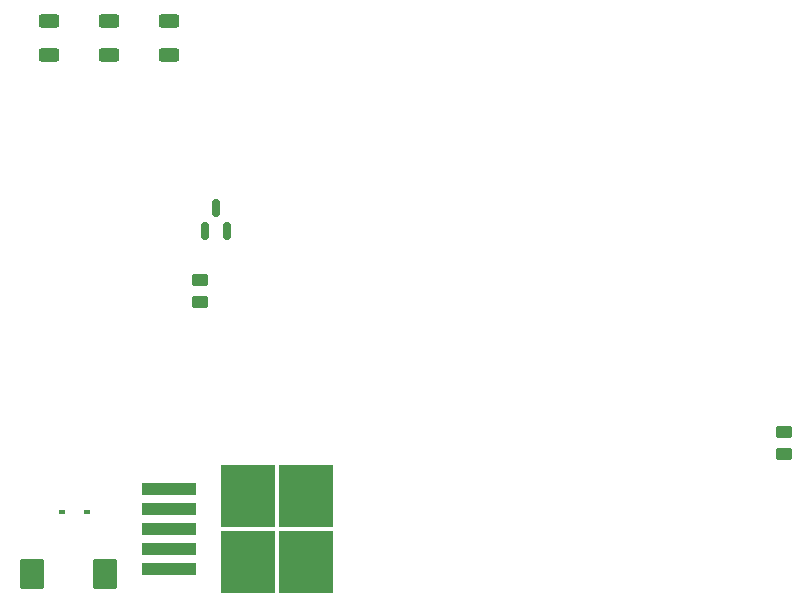
<source format=gbr>
%TF.GenerationSoftware,KiCad,Pcbnew,6.0.9-8da3e8f707~117~ubuntu22.04.1*%
%TF.CreationDate,2022-11-25T15:55:33-05:00*%
%TF.ProjectId,can-crusher,63616e2d-6372-4757-9368-65722e6b6963,2*%
%TF.SameCoordinates,Original*%
%TF.FileFunction,Paste,Top*%
%TF.FilePolarity,Positive*%
%FSLAX46Y46*%
G04 Gerber Fmt 4.6, Leading zero omitted, Abs format (unit mm)*
G04 Created by KiCad (PCBNEW 6.0.9-8da3e8f707~117~ubuntu22.04.1) date 2022-11-25 15:55:33*
%MOMM*%
%LPD*%
G01*
G04 APERTURE LIST*
G04 Aperture macros list*
%AMRoundRect*
0 Rectangle with rounded corners*
0 $1 Rounding radius*
0 $2 $3 $4 $5 $6 $7 $8 $9 X,Y pos of 4 corners*
0 Add a 4 corners polygon primitive as box body*
4,1,4,$2,$3,$4,$5,$6,$7,$8,$9,$2,$3,0*
0 Add four circle primitives for the rounded corners*
1,1,$1+$1,$2,$3*
1,1,$1+$1,$4,$5*
1,1,$1+$1,$6,$7*
1,1,$1+$1,$8,$9*
0 Add four rect primitives between the rounded corners*
20,1,$1+$1,$2,$3,$4,$5,0*
20,1,$1+$1,$4,$5,$6,$7,0*
20,1,$1+$1,$6,$7,$8,$9,0*
20,1,$1+$1,$8,$9,$2,$3,0*%
G04 Aperture macros list end*
%ADD10RoundRect,0.250000X0.450000X-0.262500X0.450000X0.262500X-0.450000X0.262500X-0.450000X-0.262500X0*%
%ADD11RoundRect,0.250000X-0.625000X0.312500X-0.625000X-0.312500X0.625000X-0.312500X0.625000X0.312500X0*%
%ADD12R,4.550000X5.250000*%
%ADD13R,4.600000X1.100000*%
%ADD14RoundRect,0.150000X0.150000X-0.587500X0.150000X0.587500X-0.150000X0.587500X-0.150000X-0.587500X0*%
%ADD15RoundRect,0.250000X0.625000X-0.312500X0.625000X0.312500X-0.625000X0.312500X-0.625000X-0.312500X0*%
%ADD16R,0.600000X0.450000*%
%ADD17RoundRect,0.250000X0.787500X1.025000X-0.787500X1.025000X-0.787500X-1.025000X0.787500X-1.025000X0*%
%ADD18RoundRect,0.250000X-0.450000X0.262500X-0.450000X-0.262500X0.450000X-0.262500X0.450000X0.262500X0*%
G04 APERTURE END LIST*
D10*
%TO.C,R1*%
X165100000Y-135532500D03*
X165100000Y-133707500D03*
%TD*%
D11*
%TO.C,R5*%
X107950000Y-98867500D03*
X107950000Y-101792500D03*
%TD*%
D12*
%TO.C,U4*%
X124611000Y-144653000D03*
X119761000Y-144653000D03*
X124611000Y-139103000D03*
X119761000Y-139103000D03*
D13*
X113036000Y-138478000D03*
X113036000Y-140178000D03*
X113036000Y-141878000D03*
X113036000Y-143578000D03*
X113036000Y-145278000D03*
%TD*%
D14*
%TO.C,Q2*%
X116095500Y-116634500D03*
X117995500Y-116634500D03*
X117045500Y-114759500D03*
%TD*%
D15*
%TO.C,R7*%
X102870000Y-101792500D03*
X102870000Y-98867500D03*
%TD*%
D16*
%TO.C,D1*%
X106079000Y-140462000D03*
X103979000Y-140462000D03*
%TD*%
D17*
%TO.C,C4*%
X107633500Y-145669000D03*
X101408500Y-145669000D03*
%TD*%
D11*
%TO.C,R6*%
X113030000Y-98867500D03*
X113030000Y-101792500D03*
%TD*%
D18*
%TO.C,R8*%
X115697000Y-120857000D03*
X115697000Y-122682000D03*
%TD*%
M02*

</source>
